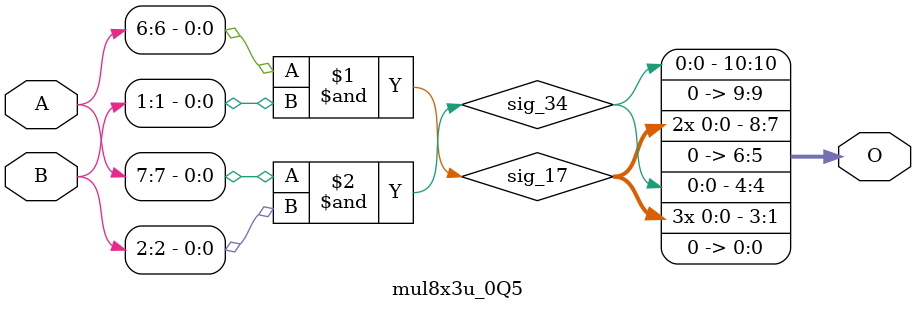
<source format=v>

/***
* This code is a part of EvoApproxLib library (ehw.fit.vutbr.cz/approxlib) distributed under The MIT License.
* When used, please cite the following article(s): V. Mrazek, L. Sekanina, Z. Vasicek "Libraries of Approximate Circuits: Automated Design and Application in CNN Accelerators" IEEE Journal on Emerging and Selected Topics in Circuits and Systems, Vol 10, No 4, 2020 
* This file contains a circuit from a sub-set of pareto optimal circuits with respect to the pwr and mse parameters
***/
// MAE% = 8.40 %
// MAE = 172 
// WCE% = 31.01 %
// WCE = 635 
// WCRE% = 210.94 %
// EP% = 87.06 %
// MRE% = 65.71 %
// MSE = 51275 
// PDK45_PWR = 0.0006 mW
// PDK45_AREA = 4.7 um2
// PDK45_DELAY = 0.04 ns

module mul8x3u_0Q5 (
    A,
    B,
    O
);

input [7:0] A;
input [2:0] B;
output [10:0] O;

wire sig_17,sig_34;

assign sig_17 = A[6] & B[1];
assign sig_34 = A[7] & B[2];

assign O[10] = sig_34;
assign O[9] = 1'b0;
assign O[8] = sig_17;
assign O[7] = sig_17;
assign O[6] = 1'b0;
assign O[5] = 1'b0;
assign O[4] = sig_34;
assign O[3] = sig_17;
assign O[2] = sig_17;
assign O[1] = sig_17;
assign O[0] = 1'b0;

endmodule



</source>
